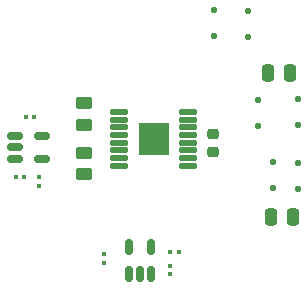
<source format=gbr>
%TF.GenerationSoftware,KiCad,Pcbnew,7.0.7*%
%TF.CreationDate,2024-10-24T16:02:22-07:00*%
%TF.ProjectId,PowerBoard_rev1.1,506f7765-7242-46f6-9172-645f72657631,rev?*%
%TF.SameCoordinates,Original*%
%TF.FileFunction,Paste,Top*%
%TF.FilePolarity,Positive*%
%FSLAX46Y46*%
G04 Gerber Fmt 4.6, Leading zero omitted, Abs format (unit mm)*
G04 Created by KiCad (PCBNEW 7.0.7) date 2024-10-24 16:02:22*
%MOMM*%
%LPD*%
G01*
G04 APERTURE LIST*
G04 Aperture macros list*
%AMRoundRect*
0 Rectangle with rounded corners*
0 $1 Rounding radius*
0 $2 $3 $4 $5 $6 $7 $8 $9 X,Y pos of 4 corners*
0 Add a 4 corners polygon primitive as box body*
4,1,4,$2,$3,$4,$5,$6,$7,$8,$9,$2,$3,0*
0 Add four circle primitives for the rounded corners*
1,1,$1+$1,$2,$3*
1,1,$1+$1,$4,$5*
1,1,$1+$1,$6,$7*
1,1,$1+$1,$8,$9*
0 Add four rect primitives between the rounded corners*
20,1,$1+$1,$2,$3,$4,$5,0*
20,1,$1+$1,$4,$5,$6,$7,0*
20,1,$1+$1,$6,$7,$8,$9,0*
20,1,$1+$1,$8,$9,$2,$3,0*%
G04 Aperture macros list end*
%ADD10C,0.010000*%
%ADD11RoundRect,0.150000X-0.512500X-0.150000X0.512500X-0.150000X0.512500X0.150000X-0.512500X0.150000X0*%
%ADD12RoundRect,0.079500X0.100500X-0.079500X0.100500X0.079500X-0.100500X0.079500X-0.100500X-0.079500X0*%
%ADD13RoundRect,0.079500X-0.079500X-0.100500X0.079500X-0.100500X0.079500X0.100500X-0.079500X0.100500X0*%
%ADD14RoundRect,0.250000X-0.450000X0.262500X-0.450000X-0.262500X0.450000X-0.262500X0.450000X0.262500X0*%
%ADD15RoundRect,0.250000X0.450000X-0.262500X0.450000X0.262500X-0.450000X0.262500X-0.450000X-0.262500X0*%
%ADD16RoundRect,0.125000X-0.125000X0.125000X-0.125000X-0.125000X0.125000X-0.125000X0.125000X0.125000X0*%
%ADD17RoundRect,0.079500X0.079500X0.100500X-0.079500X0.100500X-0.079500X-0.100500X0.079500X-0.100500X0*%
%ADD18RoundRect,0.045000X-0.705000X-0.180000X0.705000X-0.180000X0.705000X0.180000X-0.705000X0.180000X0*%
%ADD19RoundRect,0.125000X0.125000X-0.125000X0.125000X0.125000X-0.125000X0.125000X-0.125000X-0.125000X0*%
%ADD20RoundRect,0.150000X0.150000X-0.512500X0.150000X0.512500X-0.150000X0.512500X-0.150000X-0.512500X0*%
%ADD21RoundRect,0.250000X0.250000X0.475000X-0.250000X0.475000X-0.250000X-0.475000X0.250000X-0.475000X0*%
%ADD22RoundRect,0.079500X-0.100500X0.079500X-0.100500X-0.079500X0.100500X-0.079500X0.100500X0.079500X0*%
%ADD23RoundRect,0.250000X-0.250000X-0.475000X0.250000X-0.475000X0.250000X0.475000X-0.250000X0.475000X0*%
%ADD24RoundRect,0.225000X0.250000X-0.225000X0.250000X0.225000X-0.250000X0.225000X-0.250000X-0.225000X0*%
G04 APERTURE END LIST*
%TO.C,U1*%
D10*
X144327600Y-74598200D02*
X144329600Y-74598200D01*
X144332600Y-74599200D01*
X144334600Y-74599200D01*
X144337600Y-74600200D01*
X144339600Y-74601200D01*
X144342600Y-74602200D01*
X144344600Y-74604200D01*
X144346600Y-74605200D01*
X144348600Y-74607200D01*
X144350600Y-74608200D01*
X144352600Y-74610200D01*
X144354600Y-74612200D01*
X144356600Y-74614200D01*
X144358600Y-74616200D01*
X144359600Y-74618200D01*
X144361600Y-74620200D01*
X144362600Y-74622200D01*
X144364600Y-74624200D01*
X144365600Y-74627200D01*
X144366600Y-74629200D01*
X144367600Y-74632200D01*
X144367600Y-74634200D01*
X144368600Y-74637200D01*
X144368600Y-74639200D01*
X144369600Y-74642200D01*
X144369600Y-74644200D01*
X144369600Y-74647200D01*
X144369600Y-77187200D01*
X144369600Y-77190200D01*
X144369600Y-77192200D01*
X144368600Y-77195200D01*
X144368600Y-77197200D01*
X144367600Y-77200200D01*
X144367600Y-77202200D01*
X144366600Y-77205200D01*
X144365600Y-77207200D01*
X144364600Y-77210200D01*
X144362600Y-77212200D01*
X144361600Y-77214200D01*
X144359600Y-77216200D01*
X144358600Y-77218200D01*
X144356600Y-77220200D01*
X144354600Y-77222200D01*
X144352600Y-77224200D01*
X144350600Y-77226200D01*
X144348600Y-77227200D01*
X144346600Y-77229200D01*
X144344600Y-77230200D01*
X144342600Y-77232200D01*
X144339600Y-77233200D01*
X144337600Y-77234200D01*
X144334600Y-77235200D01*
X144332600Y-77235200D01*
X144329600Y-77236200D01*
X144327600Y-77236200D01*
X144324600Y-77237200D01*
X144322600Y-77237200D01*
X144319600Y-77237200D01*
X141919600Y-77237200D01*
X141916600Y-77237200D01*
X141914600Y-77237200D01*
X141911600Y-77236200D01*
X141909600Y-77236200D01*
X141906600Y-77235200D01*
X141904600Y-77235200D01*
X141901600Y-77234200D01*
X141899600Y-77233200D01*
X141896600Y-77232200D01*
X141894600Y-77230200D01*
X141892600Y-77229200D01*
X141890600Y-77227200D01*
X141888600Y-77226200D01*
X141886600Y-77224200D01*
X141884600Y-77222200D01*
X141882600Y-77220200D01*
X141880600Y-77218200D01*
X141879600Y-77216200D01*
X141877600Y-77214200D01*
X141876600Y-77212200D01*
X141874600Y-77210200D01*
X141873600Y-77207200D01*
X141872600Y-77205200D01*
X141871600Y-77202200D01*
X141871600Y-77200200D01*
X141870600Y-77197200D01*
X141870600Y-77195200D01*
X141869600Y-77192200D01*
X141869600Y-77190200D01*
X141869600Y-77187200D01*
X141869600Y-74647200D01*
X141869600Y-74644200D01*
X141869600Y-74642200D01*
X141870600Y-74639200D01*
X141870600Y-74637200D01*
X141871600Y-74634200D01*
X141871600Y-74632200D01*
X141872600Y-74629200D01*
X141873600Y-74627200D01*
X141874600Y-74624200D01*
X141876600Y-74622200D01*
X141877600Y-74620200D01*
X141879600Y-74618200D01*
X141880600Y-74616200D01*
X141882600Y-74614200D01*
X141884600Y-74612200D01*
X141886600Y-74610200D01*
X141888600Y-74608200D01*
X141890600Y-74607200D01*
X141892600Y-74605200D01*
X141894600Y-74604200D01*
X141896600Y-74602200D01*
X141899600Y-74601200D01*
X141901600Y-74600200D01*
X141904600Y-74599200D01*
X141906600Y-74599200D01*
X141909600Y-74598200D01*
X141911600Y-74598200D01*
X141914600Y-74597200D01*
X141916600Y-74597200D01*
X141919600Y-74597200D01*
X144319600Y-74597200D01*
X144322600Y-74597200D01*
X144324600Y-74597200D01*
X144327600Y-74598200D01*
G36*
X144327600Y-74598200D02*
G01*
X144329600Y-74598200D01*
X144332600Y-74599200D01*
X144334600Y-74599200D01*
X144337600Y-74600200D01*
X144339600Y-74601200D01*
X144342600Y-74602200D01*
X144344600Y-74604200D01*
X144346600Y-74605200D01*
X144348600Y-74607200D01*
X144350600Y-74608200D01*
X144352600Y-74610200D01*
X144354600Y-74612200D01*
X144356600Y-74614200D01*
X144358600Y-74616200D01*
X144359600Y-74618200D01*
X144361600Y-74620200D01*
X144362600Y-74622200D01*
X144364600Y-74624200D01*
X144365600Y-74627200D01*
X144366600Y-74629200D01*
X144367600Y-74632200D01*
X144367600Y-74634200D01*
X144368600Y-74637200D01*
X144368600Y-74639200D01*
X144369600Y-74642200D01*
X144369600Y-74644200D01*
X144369600Y-74647200D01*
X144369600Y-77187200D01*
X144369600Y-77190200D01*
X144369600Y-77192200D01*
X144368600Y-77195200D01*
X144368600Y-77197200D01*
X144367600Y-77200200D01*
X144367600Y-77202200D01*
X144366600Y-77205200D01*
X144365600Y-77207200D01*
X144364600Y-77210200D01*
X144362600Y-77212200D01*
X144361600Y-77214200D01*
X144359600Y-77216200D01*
X144358600Y-77218200D01*
X144356600Y-77220200D01*
X144354600Y-77222200D01*
X144352600Y-77224200D01*
X144350600Y-77226200D01*
X144348600Y-77227200D01*
X144346600Y-77229200D01*
X144344600Y-77230200D01*
X144342600Y-77232200D01*
X144339600Y-77233200D01*
X144337600Y-77234200D01*
X144334600Y-77235200D01*
X144332600Y-77235200D01*
X144329600Y-77236200D01*
X144327600Y-77236200D01*
X144324600Y-77237200D01*
X144322600Y-77237200D01*
X144319600Y-77237200D01*
X141919600Y-77237200D01*
X141916600Y-77237200D01*
X141914600Y-77237200D01*
X141911600Y-77236200D01*
X141909600Y-77236200D01*
X141906600Y-77235200D01*
X141904600Y-77235200D01*
X141901600Y-77234200D01*
X141899600Y-77233200D01*
X141896600Y-77232200D01*
X141894600Y-77230200D01*
X141892600Y-77229200D01*
X141890600Y-77227200D01*
X141888600Y-77226200D01*
X141886600Y-77224200D01*
X141884600Y-77222200D01*
X141882600Y-77220200D01*
X141880600Y-77218200D01*
X141879600Y-77216200D01*
X141877600Y-77214200D01*
X141876600Y-77212200D01*
X141874600Y-77210200D01*
X141873600Y-77207200D01*
X141872600Y-77205200D01*
X141871600Y-77202200D01*
X141871600Y-77200200D01*
X141870600Y-77197200D01*
X141870600Y-77195200D01*
X141869600Y-77192200D01*
X141869600Y-77190200D01*
X141869600Y-77187200D01*
X141869600Y-74647200D01*
X141869600Y-74644200D01*
X141869600Y-74642200D01*
X141870600Y-74639200D01*
X141870600Y-74637200D01*
X141871600Y-74634200D01*
X141871600Y-74632200D01*
X141872600Y-74629200D01*
X141873600Y-74627200D01*
X141874600Y-74624200D01*
X141876600Y-74622200D01*
X141877600Y-74620200D01*
X141879600Y-74618200D01*
X141880600Y-74616200D01*
X141882600Y-74614200D01*
X141884600Y-74612200D01*
X141886600Y-74610200D01*
X141888600Y-74608200D01*
X141890600Y-74607200D01*
X141892600Y-74605200D01*
X141894600Y-74604200D01*
X141896600Y-74602200D01*
X141899600Y-74601200D01*
X141901600Y-74600200D01*
X141904600Y-74599200D01*
X141906600Y-74599200D01*
X141909600Y-74598200D01*
X141911600Y-74598200D01*
X141914600Y-74597200D01*
X141916600Y-74597200D01*
X141919600Y-74597200D01*
X144319600Y-74597200D01*
X144322600Y-74597200D01*
X144324600Y-74597200D01*
X144327600Y-74598200D01*
G37*
%TD*%
D11*
%TO.C,U2*%
X131399700Y-75707200D03*
X131399700Y-76657200D03*
X131399700Y-77607200D03*
X133674700Y-77607200D03*
X133674700Y-75707200D03*
%TD*%
D12*
%TO.C,C8*%
X144526000Y-87354800D03*
X144526000Y-86664800D03*
%TD*%
D13*
%TO.C,C6*%
X131465800Y-79197200D03*
X132155800Y-79197200D03*
%TD*%
D14*
%TO.C,R4*%
X137210800Y-77116300D03*
X137210800Y-78941300D03*
%TD*%
D15*
%TO.C,R3*%
X137210800Y-74726800D03*
X137210800Y-72901800D03*
%TD*%
D16*
%TO.C,D6*%
X151130000Y-65074800D03*
X151130000Y-67274800D03*
%TD*%
D17*
%TO.C,R1*%
X132987800Y-74117200D03*
X132297800Y-74117200D03*
%TD*%
D13*
%TO.C,C7*%
X144547200Y-85547200D03*
X145237200Y-85547200D03*
%TD*%
D18*
%TO.C,U1*%
X140219600Y-73642200D03*
X140219600Y-74292200D03*
X140219600Y-74942200D03*
X140219600Y-75592200D03*
X140219600Y-76242200D03*
X140219600Y-76892200D03*
X140219600Y-77542200D03*
X140219600Y-78192200D03*
X146019600Y-78192200D03*
X146019600Y-77542200D03*
X146019600Y-76892200D03*
X146019600Y-76242200D03*
X146019600Y-75592200D03*
X146019600Y-74942200D03*
X146019600Y-74292200D03*
X146019600Y-73642200D03*
%TD*%
D19*
%TO.C,D14*%
X153212800Y-80094000D03*
X153212800Y-77894000D03*
%TD*%
D20*
%TO.C,U3*%
X141036000Y-87395900D03*
X141986000Y-87395900D03*
X142936000Y-87395900D03*
X142936000Y-85120900D03*
X141036000Y-85120900D03*
%TD*%
D16*
%TO.C,D5*%
X148234400Y-65024000D03*
X148234400Y-67224000D03*
%TD*%
D19*
%TO.C,D11*%
X151993600Y-74810800D03*
X151993600Y-72610800D03*
%TD*%
D21*
%TO.C,C12*%
X154686000Y-70358000D03*
X152786000Y-70358000D03*
%TD*%
D22*
%TO.C,C5*%
X133451600Y-79197200D03*
X133451600Y-79887200D03*
%TD*%
D23*
%TO.C,C11*%
X153040000Y-82550000D03*
X154940000Y-82550000D03*
%TD*%
D16*
%TO.C,D12*%
X155346400Y-77944800D03*
X155346400Y-80144800D03*
%TD*%
%TO.C,D13*%
X155346400Y-72560000D03*
X155346400Y-74760000D03*
%TD*%
D24*
%TO.C,C1*%
X148183600Y-77063600D03*
X148183600Y-75513600D03*
%TD*%
D22*
%TO.C,R2*%
X138887200Y-85710200D03*
X138887200Y-86400200D03*
%TD*%
M02*

</source>
